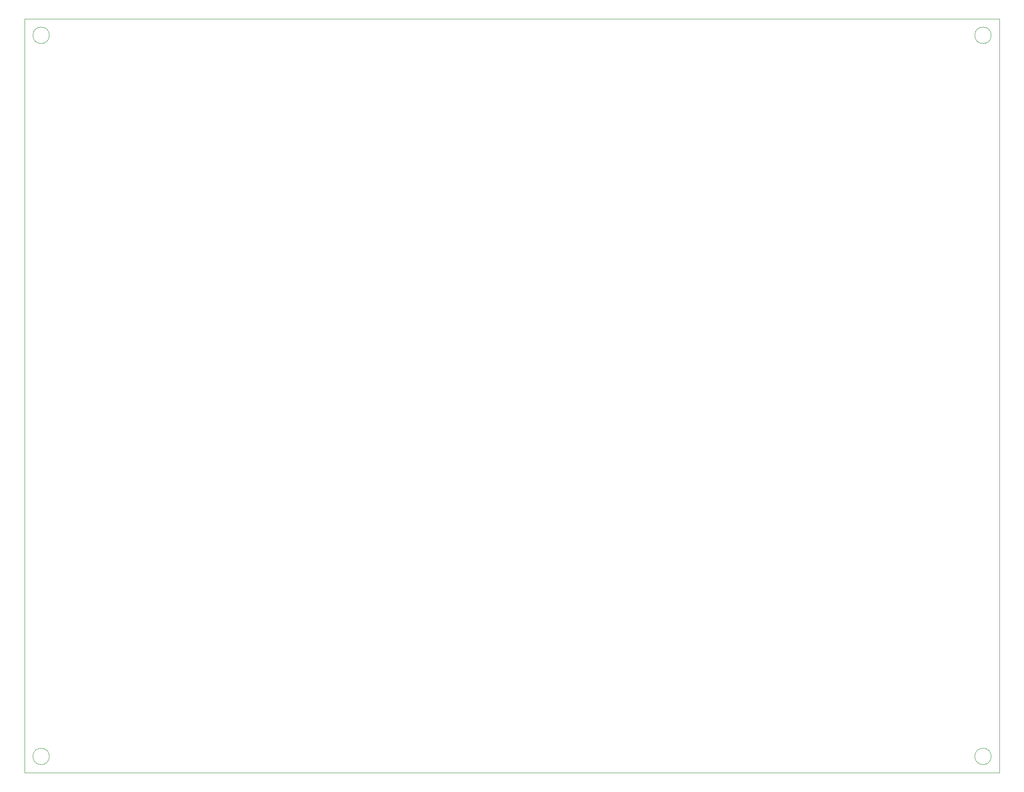
<source format=gm1>
G04 #@! TF.GenerationSoftware,KiCad,Pcbnew,7.0.9*
G04 #@! TF.CreationDate,2024-03-05T13:31:22-05:00*
G04 #@! TF.ProjectId,sleep_rig_pcb,736c6565-705f-4726-9967-5f7063622e6b,rev?*
G04 #@! TF.SameCoordinates,Original*
G04 #@! TF.FileFunction,Profile,NP*
%FSLAX46Y46*%
G04 Gerber Fmt 4.6, Leading zero omitted, Abs format (unit mm)*
G04 Created by KiCad (PCBNEW 7.0.9) date 2024-03-05 13:31:22*
%MOMM*%
%LPD*%
G01*
G04 APERTURE LIST*
G04 #@! TA.AperFunction,Profile*
%ADD10C,0.100000*%
G04 #@! TD*
G04 APERTURE END LIST*
D10*
X204152500Y-20955000D02*
G75*
G03*
X204152500Y-20955000I-1587500J0D01*
G01*
X204152500Y-160020000D02*
G75*
G03*
X204152500Y-160020000I-1587500J0D01*
G01*
X17780000Y-17780000D02*
X205740000Y-17780000D01*
X205740000Y-163195000D01*
X17780000Y-163195000D01*
X17780000Y-17780000D01*
X22542500Y-160020000D02*
G75*
G03*
X22542500Y-160020000I-1587500J0D01*
G01*
X22542500Y-20955000D02*
G75*
G03*
X22542500Y-20955000I-1587500J0D01*
G01*
M02*

</source>
